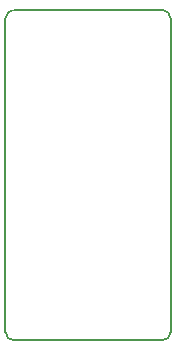
<source format=gbr>
G04 #@! TF.FileFunction,Other,User*
%FSLAX46Y46*%
G04 Gerber Fmt 4.6, Leading zero omitted, Abs format (unit mm)*
G04 Created by KiCad (PCBNEW 4.0.5) date 07/09/17 00:07:37*
%MOMM*%
%LPD*%
G01*
G04 APERTURE LIST*
%ADD10C,0.100000*%
%ADD11C,0.200000*%
G04 APERTURE END LIST*
D10*
D11*
X158000000Y-86250000D02*
G75*
G03X157250000Y-85500000I-750000J0D01*
G01*
X144750000Y-85500000D02*
G75*
G03X144000000Y-86250000I0J-750000D01*
G01*
X144000000Y-112750000D02*
G75*
G03X144750000Y-113500000I750000J0D01*
G01*
X157250000Y-113500000D02*
G75*
G03X158000000Y-112750000I0J750000D01*
G01*
X144750000Y-113500000D02*
X157250000Y-113500000D01*
X144750000Y-85500000D02*
X157250000Y-85500000D01*
X144000000Y-112750000D02*
X144000000Y-86250000D01*
X158000000Y-112750000D02*
X158000000Y-86250000D01*
M02*

</source>
